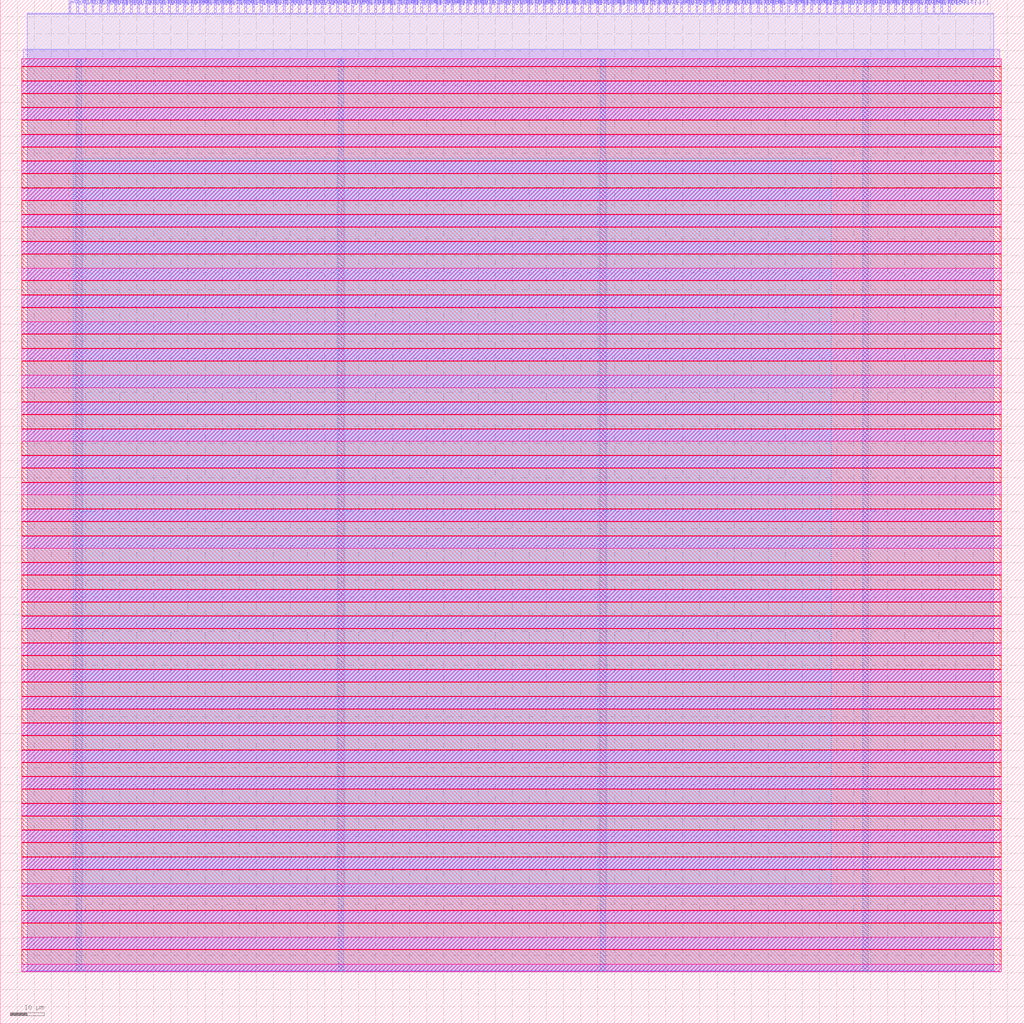
<source format=lef>
VERSION 5.7 ;
  NOWIREEXTENSIONATPIN ON ;
  DIVIDERCHAR "/" ;
  BUSBITCHARS "[]" ;
MACRO urish_simon_says
  CLASS BLOCK ;
  FOREIGN urish_simon_says ;
  ORIGIN 0.000 0.000 ;
  SIZE 300.000 BY 300.000 ;
  PIN io_in[0]
    DIRECTION INPUT ;
    USE SIGNAL ;
    PORT
      LAYER Metal2 ;
        RECT 24.640 296.000 25.200 300.000 ;
    END
  END io_in[0]
  PIN io_in[10]
    DIRECTION INPUT ;
    USE SIGNAL ;
    ANTENNAGATEAREA 0.741000 ;
    ANTENNADIFFAREA 0.410400 ;
    PORT
      LAYER Metal2 ;
        RECT 91.840 296.000 92.400 300.000 ;
    END
  END io_in[10]
  PIN io_in[11]
    DIRECTION INPUT ;
    USE SIGNAL ;
    ANTENNAGATEAREA 0.741000 ;
    ANTENNADIFFAREA 0.410400 ;
    PORT
      LAYER Metal2 ;
        RECT 98.560 296.000 99.120 300.000 ;
    END
  END io_in[11]
  PIN io_in[12]
    DIRECTION INPUT ;
    USE SIGNAL ;
    PORT
      LAYER Metal2 ;
        RECT 105.280 296.000 105.840 300.000 ;
    END
  END io_in[12]
  PIN io_in[13]
    DIRECTION INPUT ;
    USE SIGNAL ;
    PORT
      LAYER Metal2 ;
        RECT 112.000 296.000 112.560 300.000 ;
    END
  END io_in[13]
  PIN io_in[14]
    DIRECTION INPUT ;
    USE SIGNAL ;
    PORT
      LAYER Metal2 ;
        RECT 118.720 296.000 119.280 300.000 ;
    END
  END io_in[14]
  PIN io_in[15]
    DIRECTION INPUT ;
    USE SIGNAL ;
    PORT
      LAYER Metal2 ;
        RECT 125.440 296.000 126.000 300.000 ;
    END
  END io_in[15]
  PIN io_in[16]
    DIRECTION INPUT ;
    USE SIGNAL ;
    PORT
      LAYER Metal2 ;
        RECT 132.160 296.000 132.720 300.000 ;
    END
  END io_in[16]
  PIN io_in[17]
    DIRECTION INPUT ;
    USE SIGNAL ;
    PORT
      LAYER Metal2 ;
        RECT 138.880 296.000 139.440 300.000 ;
    END
  END io_in[17]
  PIN io_in[18]
    DIRECTION INPUT ;
    USE SIGNAL ;
    PORT
      LAYER Metal2 ;
        RECT 145.600 296.000 146.160 300.000 ;
    END
  END io_in[18]
  PIN io_in[19]
    DIRECTION INPUT ;
    USE SIGNAL ;
    PORT
      LAYER Metal2 ;
        RECT 152.320 296.000 152.880 300.000 ;
    END
  END io_in[19]
  PIN io_in[1]
    DIRECTION INPUT ;
    USE SIGNAL ;
    PORT
      LAYER Metal2 ;
        RECT 31.360 296.000 31.920 300.000 ;
    END
  END io_in[1]
  PIN io_in[20]
    DIRECTION INPUT ;
    USE SIGNAL ;
    PORT
      LAYER Metal2 ;
        RECT 159.040 296.000 159.600 300.000 ;
    END
  END io_in[20]
  PIN io_in[21]
    DIRECTION INPUT ;
    USE SIGNAL ;
    PORT
      LAYER Metal2 ;
        RECT 165.760 296.000 166.320 300.000 ;
    END
  END io_in[21]
  PIN io_in[22]
    DIRECTION INPUT ;
    USE SIGNAL ;
    PORT
      LAYER Metal2 ;
        RECT 172.480 296.000 173.040 300.000 ;
    END
  END io_in[22]
  PIN io_in[23]
    DIRECTION INPUT ;
    USE SIGNAL ;
    PORT
      LAYER Metal2 ;
        RECT 179.200 296.000 179.760 300.000 ;
    END
  END io_in[23]
  PIN io_in[24]
    DIRECTION INPUT ;
    USE SIGNAL ;
    PORT
      LAYER Metal2 ;
        RECT 185.920 296.000 186.480 300.000 ;
    END
  END io_in[24]
  PIN io_in[25]
    DIRECTION INPUT ;
    USE SIGNAL ;
    PORT
      LAYER Metal2 ;
        RECT 192.640 296.000 193.200 300.000 ;
    END
  END io_in[25]
  PIN io_in[26]
    DIRECTION INPUT ;
    USE SIGNAL ;
    ANTENNAGATEAREA 0.741000 ;
    ANTENNADIFFAREA 0.410400 ;
    PORT
      LAYER Metal2 ;
        RECT 199.360 296.000 199.920 300.000 ;
    END
  END io_in[26]
  PIN io_in[27]
    DIRECTION INPUT ;
    USE SIGNAL ;
    PORT
      LAYER Metal2 ;
        RECT 206.080 296.000 206.640 300.000 ;
    END
  END io_in[27]
  PIN io_in[28]
    DIRECTION INPUT ;
    USE SIGNAL ;
    PORT
      LAYER Metal2 ;
        RECT 212.800 296.000 213.360 300.000 ;
    END
  END io_in[28]
  PIN io_in[29]
    DIRECTION INPUT ;
    USE SIGNAL ;
    PORT
      LAYER Metal2 ;
        RECT 219.520 296.000 220.080 300.000 ;
    END
  END io_in[29]
  PIN io_in[2]
    DIRECTION INPUT ;
    USE SIGNAL ;
    PORT
      LAYER Metal2 ;
        RECT 38.080 296.000 38.640 300.000 ;
    END
  END io_in[2]
  PIN io_in[30]
    DIRECTION INPUT ;
    USE SIGNAL ;
    PORT
      LAYER Metal2 ;
        RECT 226.240 296.000 226.800 300.000 ;
    END
  END io_in[30]
  PIN io_in[31]
    DIRECTION INPUT ;
    USE SIGNAL ;
    PORT
      LAYER Metal2 ;
        RECT 232.960 296.000 233.520 300.000 ;
    END
  END io_in[31]
  PIN io_in[32]
    DIRECTION INPUT ;
    USE SIGNAL ;
    PORT
      LAYER Metal2 ;
        RECT 239.680 296.000 240.240 300.000 ;
    END
  END io_in[32]
  PIN io_in[33]
    DIRECTION INPUT ;
    USE SIGNAL ;
    PORT
      LAYER Metal2 ;
        RECT 246.400 296.000 246.960 300.000 ;
    END
  END io_in[33]
  PIN io_in[34]
    DIRECTION INPUT ;
    USE SIGNAL ;
    PORT
      LAYER Metal2 ;
        RECT 253.120 296.000 253.680 300.000 ;
    END
  END io_in[34]
  PIN io_in[35]
    DIRECTION INPUT ;
    USE SIGNAL ;
    PORT
      LAYER Metal2 ;
        RECT 259.840 296.000 260.400 300.000 ;
    END
  END io_in[35]
  PIN io_in[36]
    DIRECTION INPUT ;
    USE SIGNAL ;
    PORT
      LAYER Metal2 ;
        RECT 266.560 296.000 267.120 300.000 ;
    END
  END io_in[36]
  PIN io_in[37]
    DIRECTION INPUT ;
    USE SIGNAL ;
    PORT
      LAYER Metal2 ;
        RECT 273.280 296.000 273.840 300.000 ;
    END
  END io_in[37]
  PIN io_in[3]
    DIRECTION INPUT ;
    USE SIGNAL ;
    PORT
      LAYER Metal2 ;
        RECT 44.800 296.000 45.360 300.000 ;
    END
  END io_in[3]
  PIN io_in[4]
    DIRECTION INPUT ;
    USE SIGNAL ;
    PORT
      LAYER Metal2 ;
        RECT 51.520 296.000 52.080 300.000 ;
    END
  END io_in[4]
  PIN io_in[5]
    DIRECTION INPUT ;
    USE SIGNAL ;
    PORT
      LAYER Metal2 ;
        RECT 58.240 296.000 58.800 300.000 ;
    END
  END io_in[5]
  PIN io_in[6]
    DIRECTION INPUT ;
    USE SIGNAL ;
    PORT
      LAYER Metal2 ;
        RECT 64.960 296.000 65.520 300.000 ;
    END
  END io_in[6]
  PIN io_in[7]
    DIRECTION INPUT ;
    USE SIGNAL ;
    PORT
      LAYER Metal2 ;
        RECT 71.680 296.000 72.240 300.000 ;
    END
  END io_in[7]
  PIN io_in[8]
    DIRECTION INPUT ;
    USE SIGNAL ;
    ANTENNAGATEAREA 0.498500 ;
    ANTENNADIFFAREA 0.410400 ;
    PORT
      LAYER Metal2 ;
        RECT 78.400 296.000 78.960 300.000 ;
    END
  END io_in[8]
  PIN io_in[9]
    DIRECTION INPUT ;
    USE SIGNAL ;
    ANTENNAGATEAREA 0.741000 ;
    ANTENNADIFFAREA 0.410400 ;
    PORT
      LAYER Metal2 ;
        RECT 85.120 296.000 85.680 300.000 ;
    END
  END io_in[9]
  PIN io_oeb[0]
    DIRECTION OUTPUT TRISTATE ;
    USE SIGNAL ;
    ANTENNADIFFAREA 0.536800 ;
    PORT
      LAYER Metal2 ;
        RECT 26.880 296.000 27.440 300.000 ;
    END
  END io_oeb[0]
  PIN io_oeb[10]
    DIRECTION OUTPUT TRISTATE ;
    USE SIGNAL ;
    ANTENNADIFFAREA 0.536800 ;
    PORT
      LAYER Metal2 ;
        RECT 94.080 296.000 94.640 300.000 ;
    END
  END io_oeb[10]
  PIN io_oeb[11]
    DIRECTION OUTPUT TRISTATE ;
    USE SIGNAL ;
    ANTENNADIFFAREA 0.536800 ;
    PORT
      LAYER Metal2 ;
        RECT 100.800 296.000 101.360 300.000 ;
    END
  END io_oeb[11]
  PIN io_oeb[12]
    DIRECTION OUTPUT TRISTATE ;
    USE SIGNAL ;
    ANTENNADIFFAREA 0.360800 ;
    PORT
      LAYER Metal2 ;
        RECT 107.520 296.000 108.080 300.000 ;
    END
  END io_oeb[12]
  PIN io_oeb[13]
    DIRECTION OUTPUT TRISTATE ;
    USE SIGNAL ;
    ANTENNADIFFAREA 0.360800 ;
    PORT
      LAYER Metal2 ;
        RECT 114.240 296.000 114.800 300.000 ;
    END
  END io_oeb[13]
  PIN io_oeb[14]
    DIRECTION OUTPUT TRISTATE ;
    USE SIGNAL ;
    ANTENNADIFFAREA 0.360800 ;
    PORT
      LAYER Metal2 ;
        RECT 120.960 296.000 121.520 300.000 ;
    END
  END io_oeb[14]
  PIN io_oeb[15]
    DIRECTION OUTPUT TRISTATE ;
    USE SIGNAL ;
    ANTENNADIFFAREA 0.360800 ;
    PORT
      LAYER Metal2 ;
        RECT 127.680 296.000 128.240 300.000 ;
    END
  END io_oeb[15]
  PIN io_oeb[16]
    DIRECTION OUTPUT TRISTATE ;
    USE SIGNAL ;
    ANTENNADIFFAREA 0.360800 ;
    PORT
      LAYER Metal2 ;
        RECT 134.400 296.000 134.960 300.000 ;
    END
  END io_oeb[16]
  PIN io_oeb[17]
    DIRECTION OUTPUT TRISTATE ;
    USE SIGNAL ;
    ANTENNADIFFAREA 0.360800 ;
    PORT
      LAYER Metal2 ;
        RECT 141.120 296.000 141.680 300.000 ;
    END
  END io_oeb[17]
  PIN io_oeb[18]
    DIRECTION OUTPUT TRISTATE ;
    USE SIGNAL ;
    ANTENNADIFFAREA 0.360800 ;
    PORT
      LAYER Metal2 ;
        RECT 147.840 296.000 148.400 300.000 ;
    END
  END io_oeb[18]
  PIN io_oeb[19]
    DIRECTION OUTPUT TRISTATE ;
    USE SIGNAL ;
    ANTENNADIFFAREA 0.360800 ;
    PORT
      LAYER Metal2 ;
        RECT 154.560 296.000 155.120 300.000 ;
    END
  END io_oeb[19]
  PIN io_oeb[1]
    DIRECTION OUTPUT TRISTATE ;
    USE SIGNAL ;
    ANTENNADIFFAREA 0.536800 ;
    PORT
      LAYER Metal2 ;
        RECT 33.600 296.000 34.160 300.000 ;
    END
  END io_oeb[1]
  PIN io_oeb[20]
    DIRECTION OUTPUT TRISTATE ;
    USE SIGNAL ;
    ANTENNADIFFAREA 0.360800 ;
    PORT
      LAYER Metal2 ;
        RECT 161.280 296.000 161.840 300.000 ;
    END
  END io_oeb[20]
  PIN io_oeb[21]
    DIRECTION OUTPUT TRISTATE ;
    USE SIGNAL ;
    ANTENNADIFFAREA 0.360800 ;
    PORT
      LAYER Metal2 ;
        RECT 168.000 296.000 168.560 300.000 ;
    END
  END io_oeb[21]
  PIN io_oeb[22]
    DIRECTION OUTPUT TRISTATE ;
    USE SIGNAL ;
    ANTENNADIFFAREA 0.360800 ;
    PORT
      LAYER Metal2 ;
        RECT 174.720 296.000 175.280 300.000 ;
    END
  END io_oeb[22]
  PIN io_oeb[23]
    DIRECTION OUTPUT TRISTATE ;
    USE SIGNAL ;
    ANTENNADIFFAREA 0.360800 ;
    PORT
      LAYER Metal2 ;
        RECT 181.440 296.000 182.000 300.000 ;
    END
  END io_oeb[23]
  PIN io_oeb[24]
    DIRECTION OUTPUT TRISTATE ;
    USE SIGNAL ;
    ANTENNADIFFAREA 0.360800 ;
    PORT
      LAYER Metal2 ;
        RECT 188.160 296.000 188.720 300.000 ;
    END
  END io_oeb[24]
  PIN io_oeb[25]
    DIRECTION OUTPUT TRISTATE ;
    USE SIGNAL ;
    ANTENNADIFFAREA 0.360800 ;
    PORT
      LAYER Metal2 ;
        RECT 194.880 296.000 195.440 300.000 ;
    END
  END io_oeb[25]
  PIN io_oeb[26]
    DIRECTION OUTPUT TRISTATE ;
    USE SIGNAL ;
    ANTENNADIFFAREA 0.536800 ;
    PORT
      LAYER Metal2 ;
        RECT 201.600 296.000 202.160 300.000 ;
    END
  END io_oeb[26]
  PIN io_oeb[27]
    DIRECTION OUTPUT TRISTATE ;
    USE SIGNAL ;
    ANTENNADIFFAREA 0.536800 ;
    PORT
      LAYER Metal2 ;
        RECT 208.320 296.000 208.880 300.000 ;
    END
  END io_oeb[27]
  PIN io_oeb[28]
    DIRECTION OUTPUT TRISTATE ;
    USE SIGNAL ;
    ANTENNADIFFAREA 0.536800 ;
    PORT
      LAYER Metal2 ;
        RECT 215.040 296.000 215.600 300.000 ;
    END
  END io_oeb[28]
  PIN io_oeb[29]
    DIRECTION OUTPUT TRISTATE ;
    USE SIGNAL ;
    ANTENNADIFFAREA 0.536800 ;
    PORT
      LAYER Metal2 ;
        RECT 221.760 296.000 222.320 300.000 ;
    END
  END io_oeb[29]
  PIN io_oeb[2]
    DIRECTION OUTPUT TRISTATE ;
    USE SIGNAL ;
    ANTENNADIFFAREA 0.536800 ;
    PORT
      LAYER Metal2 ;
        RECT 40.320 296.000 40.880 300.000 ;
    END
  END io_oeb[2]
  PIN io_oeb[30]
    DIRECTION OUTPUT TRISTATE ;
    USE SIGNAL ;
    ANTENNADIFFAREA 0.536800 ;
    PORT
      LAYER Metal2 ;
        RECT 228.480 296.000 229.040 300.000 ;
    END
  END io_oeb[30]
  PIN io_oeb[31]
    DIRECTION OUTPUT TRISTATE ;
    USE SIGNAL ;
    ANTENNADIFFAREA 0.536800 ;
    PORT
      LAYER Metal2 ;
        RECT 235.200 296.000 235.760 300.000 ;
    END
  END io_oeb[31]
  PIN io_oeb[32]
    DIRECTION OUTPUT TRISTATE ;
    USE SIGNAL ;
    ANTENNADIFFAREA 0.536800 ;
    PORT
      LAYER Metal2 ;
        RECT 241.920 296.000 242.480 300.000 ;
    END
  END io_oeb[32]
  PIN io_oeb[33]
    DIRECTION OUTPUT TRISTATE ;
    USE SIGNAL ;
    ANTENNADIFFAREA 0.536800 ;
    PORT
      LAYER Metal2 ;
        RECT 248.640 296.000 249.200 300.000 ;
    END
  END io_oeb[33]
  PIN io_oeb[34]
    DIRECTION OUTPUT TRISTATE ;
    USE SIGNAL ;
    ANTENNADIFFAREA 0.536800 ;
    PORT
      LAYER Metal2 ;
        RECT 255.360 296.000 255.920 300.000 ;
    END
  END io_oeb[34]
  PIN io_oeb[35]
    DIRECTION OUTPUT TRISTATE ;
    USE SIGNAL ;
    ANTENNADIFFAREA 0.536800 ;
    PORT
      LAYER Metal2 ;
        RECT 262.080 296.000 262.640 300.000 ;
    END
  END io_oeb[35]
  PIN io_oeb[36]
    DIRECTION OUTPUT TRISTATE ;
    USE SIGNAL ;
    ANTENNADIFFAREA 0.536800 ;
    PORT
      LAYER Metal2 ;
        RECT 268.800 296.000 269.360 300.000 ;
    END
  END io_oeb[36]
  PIN io_oeb[37]
    DIRECTION OUTPUT TRISTATE ;
    USE SIGNAL ;
    ANTENNADIFFAREA 0.536800 ;
    PORT
      LAYER Metal2 ;
        RECT 275.520 296.000 276.080 300.000 ;
    END
  END io_oeb[37]
  PIN io_oeb[3]
    DIRECTION OUTPUT TRISTATE ;
    USE SIGNAL ;
    ANTENNADIFFAREA 0.536800 ;
    PORT
      LAYER Metal2 ;
        RECT 47.040 296.000 47.600 300.000 ;
    END
  END io_oeb[3]
  PIN io_oeb[4]
    DIRECTION OUTPUT TRISTATE ;
    USE SIGNAL ;
    ANTENNADIFFAREA 0.536800 ;
    PORT
      LAYER Metal2 ;
        RECT 53.760 296.000 54.320 300.000 ;
    END
  END io_oeb[4]
  PIN io_oeb[5]
    DIRECTION OUTPUT TRISTATE ;
    USE SIGNAL ;
    ANTENNADIFFAREA 0.536800 ;
    PORT
      LAYER Metal2 ;
        RECT 60.480 296.000 61.040 300.000 ;
    END
  END io_oeb[5]
  PIN io_oeb[6]
    DIRECTION OUTPUT TRISTATE ;
    USE SIGNAL ;
    ANTENNADIFFAREA 0.536800 ;
    PORT
      LAYER Metal2 ;
        RECT 67.200 296.000 67.760 300.000 ;
    END
  END io_oeb[6]
  PIN io_oeb[7]
    DIRECTION OUTPUT TRISTATE ;
    USE SIGNAL ;
    ANTENNADIFFAREA 0.536800 ;
    PORT
      LAYER Metal2 ;
        RECT 73.920 296.000 74.480 300.000 ;
    END
  END io_oeb[7]
  PIN io_oeb[8]
    DIRECTION OUTPUT TRISTATE ;
    USE SIGNAL ;
    ANTENNADIFFAREA 0.536800 ;
    PORT
      LAYER Metal2 ;
        RECT 80.640 296.000 81.200 300.000 ;
    END
  END io_oeb[8]
  PIN io_oeb[9]
    DIRECTION OUTPUT TRISTATE ;
    USE SIGNAL ;
    ANTENNADIFFAREA 0.536800 ;
    PORT
      LAYER Metal2 ;
        RECT 87.360 296.000 87.920 300.000 ;
    END
  END io_oeb[9]
  PIN io_out[0]
    DIRECTION OUTPUT TRISTATE ;
    USE SIGNAL ;
    ANTENNADIFFAREA 0.360800 ;
    PORT
      LAYER Metal2 ;
        RECT 29.120 296.000 29.680 300.000 ;
    END
  END io_out[0]
  PIN io_out[10]
    DIRECTION OUTPUT TRISTATE ;
    USE SIGNAL ;
    ANTENNADIFFAREA 0.360800 ;
    PORT
      LAYER Metal2 ;
        RECT 96.320 296.000 96.880 300.000 ;
    END
  END io_out[10]
  PIN io_out[11]
    DIRECTION OUTPUT TRISTATE ;
    USE SIGNAL ;
    ANTENNADIFFAREA 0.360800 ;
    PORT
      LAYER Metal2 ;
        RECT 103.040 296.000 103.600 300.000 ;
    END
  END io_out[11]
  PIN io_out[12]
    DIRECTION OUTPUT TRISTATE ;
    USE SIGNAL ;
    ANTENNADIFFAREA 2.080400 ;
    PORT
      LAYER Metal2 ;
        RECT 109.760 296.000 110.320 300.000 ;
    END
  END io_out[12]
  PIN io_out[13]
    DIRECTION OUTPUT TRISTATE ;
    USE SIGNAL ;
    ANTENNADIFFAREA 2.080400 ;
    PORT
      LAYER Metal2 ;
        RECT 116.480 296.000 117.040 300.000 ;
    END
  END io_out[13]
  PIN io_out[14]
    DIRECTION OUTPUT TRISTATE ;
    USE SIGNAL ;
    ANTENNADIFFAREA 2.080400 ;
    PORT
      LAYER Metal2 ;
        RECT 123.200 296.000 123.760 300.000 ;
    END
  END io_out[14]
  PIN io_out[15]
    DIRECTION OUTPUT TRISTATE ;
    USE SIGNAL ;
    ANTENNADIFFAREA 2.080400 ;
    PORT
      LAYER Metal2 ;
        RECT 129.920 296.000 130.480 300.000 ;
    END
  END io_out[15]
  PIN io_out[16]
    DIRECTION OUTPUT TRISTATE ;
    USE SIGNAL ;
    ANTENNADIFFAREA 2.080400 ;
    PORT
      LAYER Metal2 ;
        RECT 136.640 296.000 137.200 300.000 ;
    END
  END io_out[16]
  PIN io_out[17]
    DIRECTION OUTPUT TRISTATE ;
    USE SIGNAL ;
    ANTENNADIFFAREA 1.986000 ;
    PORT
      LAYER Metal2 ;
        RECT 143.360 296.000 143.920 300.000 ;
    END
  END io_out[17]
  PIN io_out[18]
    DIRECTION OUTPUT TRISTATE ;
    USE SIGNAL ;
    ANTENNADIFFAREA 2.080400 ;
    PORT
      LAYER Metal2 ;
        RECT 150.080 296.000 150.640 300.000 ;
    END
  END io_out[18]
  PIN io_out[19]
    DIRECTION OUTPUT TRISTATE ;
    USE SIGNAL ;
    ANTENNADIFFAREA 2.080400 ;
    PORT
      LAYER Metal2 ;
        RECT 156.800 296.000 157.360 300.000 ;
    END
  END io_out[19]
  PIN io_out[1]
    DIRECTION OUTPUT TRISTATE ;
    USE SIGNAL ;
    ANTENNADIFFAREA 0.360800 ;
    PORT
      LAYER Metal2 ;
        RECT 35.840 296.000 36.400 300.000 ;
    END
  END io_out[1]
  PIN io_out[20]
    DIRECTION OUTPUT TRISTATE ;
    USE SIGNAL ;
    ANTENNADIFFAREA 2.080400 ;
    PORT
      LAYER Metal2 ;
        RECT 163.520 296.000 164.080 300.000 ;
    END
  END io_out[20]
  PIN io_out[21]
    DIRECTION OUTPUT TRISTATE ;
    USE SIGNAL ;
    ANTENNADIFFAREA 2.080400 ;
    PORT
      LAYER Metal2 ;
        RECT 170.240 296.000 170.800 300.000 ;
    END
  END io_out[21]
  PIN io_out[22]
    DIRECTION OUTPUT TRISTATE ;
    USE SIGNAL ;
    ANTENNADIFFAREA 2.080400 ;
    PORT
      LAYER Metal2 ;
        RECT 176.960 296.000 177.520 300.000 ;
    END
  END io_out[22]
  PIN io_out[23]
    DIRECTION OUTPUT TRISTATE ;
    USE SIGNAL ;
    ANTENNADIFFAREA 2.080400 ;
    PORT
      LAYER Metal2 ;
        RECT 183.680 296.000 184.240 300.000 ;
    END
  END io_out[23]
  PIN io_out[24]
    DIRECTION OUTPUT TRISTATE ;
    USE SIGNAL ;
    ANTENNADIFFAREA 2.080400 ;
    PORT
      LAYER Metal2 ;
        RECT 190.400 296.000 190.960 300.000 ;
    END
  END io_out[24]
  PIN io_out[25]
    DIRECTION OUTPUT TRISTATE ;
    USE SIGNAL ;
    ANTENNADIFFAREA 2.080400 ;
    PORT
      LAYER Metal2 ;
        RECT 197.120 296.000 197.680 300.000 ;
    END
  END io_out[25]
  PIN io_out[26]
    DIRECTION OUTPUT TRISTATE ;
    USE SIGNAL ;
    ANTENNADIFFAREA 0.360800 ;
    PORT
      LAYER Metal2 ;
        RECT 203.840 296.000 204.400 300.000 ;
    END
  END io_out[26]
  PIN io_out[27]
    DIRECTION OUTPUT TRISTATE ;
    USE SIGNAL ;
    ANTENNADIFFAREA 0.360800 ;
    PORT
      LAYER Metal2 ;
        RECT 210.560 296.000 211.120 300.000 ;
    END
  END io_out[27]
  PIN io_out[28]
    DIRECTION OUTPUT TRISTATE ;
    USE SIGNAL ;
    ANTENNADIFFAREA 0.360800 ;
    PORT
      LAYER Metal2 ;
        RECT 217.280 296.000 217.840 300.000 ;
    END
  END io_out[28]
  PIN io_out[29]
    DIRECTION OUTPUT TRISTATE ;
    USE SIGNAL ;
    ANTENNADIFFAREA 0.360800 ;
    PORT
      LAYER Metal2 ;
        RECT 224.000 296.000 224.560 300.000 ;
    END
  END io_out[29]
  PIN io_out[2]
    DIRECTION OUTPUT TRISTATE ;
    USE SIGNAL ;
    ANTENNADIFFAREA 0.360800 ;
    PORT
      LAYER Metal2 ;
        RECT 42.560 296.000 43.120 300.000 ;
    END
  END io_out[2]
  PIN io_out[30]
    DIRECTION OUTPUT TRISTATE ;
    USE SIGNAL ;
    ANTENNADIFFAREA 0.360800 ;
    PORT
      LAYER Metal2 ;
        RECT 230.720 296.000 231.280 300.000 ;
    END
  END io_out[30]
  PIN io_out[31]
    DIRECTION OUTPUT TRISTATE ;
    USE SIGNAL ;
    ANTENNADIFFAREA 0.360800 ;
    PORT
      LAYER Metal2 ;
        RECT 237.440 296.000 238.000 300.000 ;
    END
  END io_out[31]
  PIN io_out[32]
    DIRECTION OUTPUT TRISTATE ;
    USE SIGNAL ;
    ANTENNADIFFAREA 0.360800 ;
    PORT
      LAYER Metal2 ;
        RECT 244.160 296.000 244.720 300.000 ;
    END
  END io_out[32]
  PIN io_out[33]
    DIRECTION OUTPUT TRISTATE ;
    USE SIGNAL ;
    ANTENNADIFFAREA 0.360800 ;
    PORT
      LAYER Metal2 ;
        RECT 250.880 296.000 251.440 300.000 ;
    END
  END io_out[33]
  PIN io_out[34]
    DIRECTION OUTPUT TRISTATE ;
    USE SIGNAL ;
    ANTENNADIFFAREA 0.360800 ;
    PORT
      LAYER Metal2 ;
        RECT 257.600 296.000 258.160 300.000 ;
    END
  END io_out[34]
  PIN io_out[35]
    DIRECTION OUTPUT TRISTATE ;
    USE SIGNAL ;
    ANTENNADIFFAREA 0.360800 ;
    PORT
      LAYER Metal2 ;
        RECT 264.320 296.000 264.880 300.000 ;
    END
  END io_out[35]
  PIN io_out[36]
    DIRECTION OUTPUT TRISTATE ;
    USE SIGNAL ;
    ANTENNADIFFAREA 0.360800 ;
    PORT
      LAYER Metal2 ;
        RECT 271.040 296.000 271.600 300.000 ;
    END
  END io_out[36]
  PIN io_out[37]
    DIRECTION OUTPUT TRISTATE ;
    USE SIGNAL ;
    ANTENNADIFFAREA 0.360800 ;
    PORT
      LAYER Metal2 ;
        RECT 277.760 296.000 278.320 300.000 ;
    END
  END io_out[37]
  PIN io_out[3]
    DIRECTION OUTPUT TRISTATE ;
    USE SIGNAL ;
    ANTENNADIFFAREA 0.360800 ;
    PORT
      LAYER Metal2 ;
        RECT 49.280 296.000 49.840 300.000 ;
    END
  END io_out[3]
  PIN io_out[4]
    DIRECTION OUTPUT TRISTATE ;
    USE SIGNAL ;
    ANTENNADIFFAREA 0.360800 ;
    PORT
      LAYER Metal2 ;
        RECT 56.000 296.000 56.560 300.000 ;
    END
  END io_out[4]
  PIN io_out[5]
    DIRECTION OUTPUT TRISTATE ;
    USE SIGNAL ;
    ANTENNADIFFAREA 0.360800 ;
    PORT
      LAYER Metal2 ;
        RECT 62.720 296.000 63.280 300.000 ;
    END
  END io_out[5]
  PIN io_out[6]
    DIRECTION OUTPUT TRISTATE ;
    USE SIGNAL ;
    ANTENNADIFFAREA 0.360800 ;
    PORT
      LAYER Metal2 ;
        RECT 69.440 296.000 70.000 300.000 ;
    END
  END io_out[6]
  PIN io_out[7]
    DIRECTION OUTPUT TRISTATE ;
    USE SIGNAL ;
    ANTENNADIFFAREA 0.360800 ;
    PORT
      LAYER Metal2 ;
        RECT 76.160 296.000 76.720 300.000 ;
    END
  END io_out[7]
  PIN io_out[8]
    DIRECTION OUTPUT TRISTATE ;
    USE SIGNAL ;
    ANTENNADIFFAREA 0.360800 ;
    PORT
      LAYER Metal2 ;
        RECT 82.880 296.000 83.440 300.000 ;
    END
  END io_out[8]
  PIN io_out[9]
    DIRECTION OUTPUT TRISTATE ;
    USE SIGNAL ;
    ANTENNADIFFAREA 0.360800 ;
    PORT
      LAYER Metal2 ;
        RECT 89.600 296.000 90.160 300.000 ;
    END
  END io_out[9]
  PIN vdd
    DIRECTION INOUT ;
    USE POWER ;
    PORT
      LAYER Metal4 ;
        RECT 22.240 15.380 23.840 282.540 ;
    END
    PORT
      LAYER Metal4 ;
        RECT 175.840 15.380 177.440 282.540 ;
    END
  END vdd
  PIN vss
    DIRECTION INOUT ;
    USE GROUND ;
    PORT
      LAYER Metal4 ;
        RECT 99.040 15.380 100.640 282.540 ;
    END
    PORT
      LAYER Metal4 ;
        RECT 252.640 15.380 254.240 282.540 ;
    END
  END vss
  PIN wb_clk_i
    DIRECTION INPUT ;
    USE SIGNAL ;
    ANTENNAGATEAREA 4.738000 ;
    ANTENNADIFFAREA 0.410400 ;
    PORT
      LAYER Metal2 ;
        RECT 20.160 296.000 20.720 300.000 ;
    END
  END wb_clk_i
  PIN wb_rst_i
    DIRECTION INPUT ;
    USE SIGNAL ;
    ANTENNAGATEAREA 0.741000 ;
    ANTENNADIFFAREA 0.410400 ;
    PORT
      LAYER Metal2 ;
        RECT 22.400 296.000 22.960 300.000 ;
    END
  END wb_rst_i
  OBS
      LAYER Pwell ;
        RECT 6.290 280.480 293.310 282.670 ;
      LAYER Nwell ;
        RECT 6.290 280.355 132.200 280.480 ;
        RECT 6.290 276.285 293.310 280.355 ;
        RECT 6.290 276.160 12.705 276.285 ;
      LAYER Pwell ;
        RECT 6.290 272.640 293.310 276.160 ;
      LAYER Nwell ;
        RECT 6.290 272.515 15.550 272.640 ;
        RECT 6.290 268.445 293.310 272.515 ;
        RECT 6.290 268.320 12.705 268.445 ;
      LAYER Pwell ;
        RECT 6.290 264.800 293.310 268.320 ;
      LAYER Nwell ;
        RECT 6.290 264.675 101.185 264.800 ;
        RECT 6.290 260.605 293.310 264.675 ;
        RECT 6.290 260.480 12.705 260.605 ;
      LAYER Pwell ;
        RECT 6.290 256.960 293.310 260.480 ;
      LAYER Nwell ;
        RECT 6.290 256.835 31.185 256.960 ;
        RECT 6.290 252.765 293.310 256.835 ;
        RECT 6.290 252.640 44.625 252.765 ;
      LAYER Pwell ;
        RECT 6.290 249.120 293.310 252.640 ;
      LAYER Nwell ;
        RECT 6.290 248.995 12.705 249.120 ;
        RECT 6.290 244.925 293.310 248.995 ;
        RECT 6.290 244.800 76.870 244.925 ;
      LAYER Pwell ;
        RECT 6.290 241.280 293.310 244.800 ;
      LAYER Nwell ;
        RECT 6.290 241.155 33.080 241.280 ;
        RECT 6.290 237.085 293.310 241.155 ;
        RECT 6.290 236.960 17.960 237.085 ;
      LAYER Pwell ;
        RECT 6.290 233.440 293.310 236.960 ;
      LAYER Nwell ;
        RECT 6.290 233.315 94.555 233.440 ;
        RECT 6.290 229.245 293.310 233.315 ;
        RECT 6.290 229.120 17.960 229.245 ;
      LAYER Pwell ;
        RECT 6.290 225.600 293.310 229.120 ;
      LAYER Nwell ;
        RECT 6.290 225.475 33.425 225.600 ;
        RECT 6.290 221.405 293.310 225.475 ;
        RECT 6.290 221.280 44.625 221.405 ;
      LAYER Pwell ;
        RECT 6.290 217.760 293.310 221.280 ;
      LAYER Nwell ;
        RECT 6.290 217.635 17.960 217.760 ;
        RECT 6.290 213.565 293.310 217.635 ;
        RECT 6.290 213.440 44.625 213.565 ;
      LAYER Pwell ;
        RECT 6.290 209.920 293.310 213.440 ;
      LAYER Nwell ;
        RECT 6.290 209.795 12.705 209.920 ;
        RECT 6.290 205.725 293.310 209.795 ;
        RECT 6.290 205.600 45.185 205.725 ;
      LAYER Pwell ;
        RECT 6.290 202.080 293.310 205.600 ;
      LAYER Nwell ;
        RECT 6.290 201.955 37.000 202.080 ;
        RECT 6.290 197.885 293.310 201.955 ;
        RECT 6.290 197.760 12.705 197.885 ;
      LAYER Pwell ;
        RECT 6.290 194.240 293.310 197.760 ;
      LAYER Nwell ;
        RECT 6.290 194.115 100.950 194.240 ;
        RECT 6.290 190.045 293.310 194.115 ;
        RECT 6.290 189.920 12.705 190.045 ;
      LAYER Pwell ;
        RECT 6.290 186.400 293.310 189.920 ;
      LAYER Nwell ;
        RECT 6.290 186.275 51.905 186.400 ;
        RECT 6.290 182.205 293.310 186.275 ;
        RECT 6.290 182.080 129.960 182.205 ;
      LAYER Pwell ;
        RECT 6.290 178.560 293.310 182.080 ;
      LAYER Nwell ;
        RECT 6.290 178.435 63.665 178.560 ;
        RECT 6.290 174.365 293.310 178.435 ;
        RECT 6.290 174.240 82.705 174.365 ;
      LAYER Pwell ;
        RECT 6.290 170.720 293.310 174.240 ;
      LAYER Nwell ;
        RECT 6.290 170.595 105.880 170.720 ;
        RECT 6.290 166.525 293.310 170.595 ;
        RECT 6.290 166.400 71.505 166.525 ;
      LAYER Pwell ;
        RECT 6.290 162.880 293.310 166.400 ;
      LAYER Nwell ;
        RECT 6.290 162.755 65.345 162.880 ;
        RECT 6.290 158.685 293.310 162.755 ;
        RECT 6.290 158.560 87.375 158.685 ;
      LAYER Pwell ;
        RECT 6.290 155.040 293.310 158.560 ;
      LAYER Nwell ;
        RECT 6.290 154.915 51.905 155.040 ;
        RECT 6.290 150.845 293.310 154.915 ;
        RECT 6.290 150.720 71.505 150.845 ;
      LAYER Pwell ;
        RECT 6.290 147.200 293.310 150.720 ;
      LAYER Nwell ;
        RECT 6.290 147.075 30.065 147.200 ;
        RECT 6.290 143.005 293.310 147.075 ;
        RECT 6.290 142.880 49.665 143.005 ;
      LAYER Pwell ;
        RECT 6.290 139.360 293.310 142.880 ;
      LAYER Nwell ;
        RECT 6.290 139.235 21.105 139.360 ;
        RECT 6.290 135.165 293.310 139.235 ;
        RECT 6.290 135.040 81.585 135.165 ;
      LAYER Pwell ;
        RECT 6.290 131.520 293.310 135.040 ;
      LAYER Nwell ;
        RECT 6.290 131.395 24.465 131.520 ;
        RECT 6.290 127.325 293.310 131.395 ;
        RECT 6.290 127.200 35.105 127.325 ;
      LAYER Pwell ;
        RECT 6.290 123.680 293.310 127.200 ;
      LAYER Nwell ;
        RECT 6.290 123.555 116.010 123.680 ;
        RECT 6.290 119.485 293.310 123.555 ;
        RECT 6.290 119.360 14.945 119.485 ;
      LAYER Pwell ;
        RECT 6.290 115.840 293.310 119.360 ;
      LAYER Nwell ;
        RECT 6.290 115.715 13.265 115.840 ;
        RECT 6.290 111.645 293.310 115.715 ;
        RECT 6.290 111.520 159.985 111.645 ;
      LAYER Pwell ;
        RECT 6.290 108.000 293.310 111.520 ;
      LAYER Nwell ;
        RECT 6.290 107.875 15.505 108.000 ;
        RECT 6.290 103.805 293.310 107.875 ;
        RECT 6.290 103.680 12.705 103.805 ;
      LAYER Pwell ;
        RECT 6.290 100.160 293.310 103.680 ;
      LAYER Nwell ;
        RECT 6.290 100.035 145.985 100.160 ;
        RECT 6.290 95.965 293.310 100.035 ;
        RECT 6.290 95.840 159.985 95.965 ;
      LAYER Pwell ;
        RECT 6.290 92.320 293.310 95.840 ;
      LAYER Nwell ;
        RECT 6.290 92.195 17.185 92.320 ;
        RECT 6.290 88.125 293.310 92.195 ;
        RECT 6.290 88.000 12.705 88.125 ;
      LAYER Pwell ;
        RECT 6.290 84.480 293.310 88.000 ;
      LAYER Nwell ;
        RECT 6.290 84.355 91.105 84.480 ;
        RECT 6.290 80.285 293.310 84.355 ;
        RECT 6.290 80.160 46.305 80.285 ;
      LAYER Pwell ;
        RECT 6.290 76.640 293.310 80.160 ;
      LAYER Nwell ;
        RECT 6.290 76.515 17.745 76.640 ;
        RECT 6.290 72.445 293.310 76.515 ;
        RECT 6.290 72.320 12.705 72.445 ;
      LAYER Pwell ;
        RECT 6.290 68.800 293.310 72.320 ;
      LAYER Nwell ;
        RECT 6.290 68.675 74.520 68.800 ;
        RECT 6.290 64.605 293.310 68.675 ;
        RECT 6.290 64.480 12.705 64.605 ;
      LAYER Pwell ;
        RECT 6.290 60.960 293.310 64.480 ;
      LAYER Nwell ;
        RECT 6.290 60.835 15.505 60.960 ;
        RECT 6.290 56.765 293.310 60.835 ;
        RECT 6.290 56.640 82.145 56.765 ;
      LAYER Pwell ;
        RECT 6.290 53.120 293.310 56.640 ;
      LAYER Nwell ;
        RECT 6.290 52.995 66.465 53.120 ;
        RECT 6.290 48.925 293.310 52.995 ;
        RECT 6.290 48.800 45.745 48.925 ;
      LAYER Pwell ;
        RECT 6.290 45.280 293.310 48.800 ;
      LAYER Nwell ;
        RECT 6.290 45.155 32.305 45.280 ;
        RECT 6.290 41.085 293.310 45.155 ;
        RECT 6.290 40.960 82.145 41.085 ;
      LAYER Pwell ;
        RECT 6.290 37.440 293.310 40.960 ;
      LAYER Nwell ;
        RECT 6.290 37.315 101.185 37.440 ;
        RECT 6.290 33.245 293.310 37.315 ;
        RECT 6.290 33.120 50.785 33.245 ;
      LAYER Pwell ;
        RECT 6.290 29.600 293.310 33.120 ;
      LAYER Nwell ;
        RECT 6.290 29.475 64.785 29.600 ;
        RECT 6.290 25.405 293.310 29.475 ;
        RECT 6.290 25.280 82.145 25.405 ;
      LAYER Pwell ;
        RECT 6.290 21.760 293.310 25.280 ;
      LAYER Nwell ;
        RECT 6.290 21.635 106.225 21.760 ;
        RECT 6.290 17.440 293.310 21.635 ;
      LAYER Pwell ;
        RECT 6.290 15.250 293.310 17.440 ;
      LAYER Metal1 ;
        RECT 6.720 15.380 292.880 285.450 ;
      LAYER Metal2 ;
        RECT 7.980 295.700 19.860 296.000 ;
        RECT 21.020 295.700 22.100 296.000 ;
        RECT 23.260 295.700 24.340 296.000 ;
        RECT 25.500 295.700 26.580 296.000 ;
        RECT 27.740 295.700 28.820 296.000 ;
        RECT 29.980 295.700 31.060 296.000 ;
        RECT 32.220 295.700 33.300 296.000 ;
        RECT 34.460 295.700 35.540 296.000 ;
        RECT 36.700 295.700 37.780 296.000 ;
        RECT 38.940 295.700 40.020 296.000 ;
        RECT 41.180 295.700 42.260 296.000 ;
        RECT 43.420 295.700 44.500 296.000 ;
        RECT 45.660 295.700 46.740 296.000 ;
        RECT 47.900 295.700 48.980 296.000 ;
        RECT 50.140 295.700 51.220 296.000 ;
        RECT 52.380 295.700 53.460 296.000 ;
        RECT 54.620 295.700 55.700 296.000 ;
        RECT 56.860 295.700 57.940 296.000 ;
        RECT 59.100 295.700 60.180 296.000 ;
        RECT 61.340 295.700 62.420 296.000 ;
        RECT 63.580 295.700 64.660 296.000 ;
        RECT 65.820 295.700 66.900 296.000 ;
        RECT 68.060 295.700 69.140 296.000 ;
        RECT 70.300 295.700 71.380 296.000 ;
        RECT 72.540 295.700 73.620 296.000 ;
        RECT 74.780 295.700 75.860 296.000 ;
        RECT 77.020 295.700 78.100 296.000 ;
        RECT 79.260 295.700 80.340 296.000 ;
        RECT 81.500 295.700 82.580 296.000 ;
        RECT 83.740 295.700 84.820 296.000 ;
        RECT 85.980 295.700 87.060 296.000 ;
        RECT 88.220 295.700 89.300 296.000 ;
        RECT 90.460 295.700 91.540 296.000 ;
        RECT 92.700 295.700 93.780 296.000 ;
        RECT 94.940 295.700 96.020 296.000 ;
        RECT 97.180 295.700 98.260 296.000 ;
        RECT 99.420 295.700 100.500 296.000 ;
        RECT 101.660 295.700 102.740 296.000 ;
        RECT 103.900 295.700 104.980 296.000 ;
        RECT 106.140 295.700 107.220 296.000 ;
        RECT 108.380 295.700 109.460 296.000 ;
        RECT 110.620 295.700 111.700 296.000 ;
        RECT 112.860 295.700 113.940 296.000 ;
        RECT 115.100 295.700 116.180 296.000 ;
        RECT 117.340 295.700 118.420 296.000 ;
        RECT 119.580 295.700 120.660 296.000 ;
        RECT 121.820 295.700 122.900 296.000 ;
        RECT 124.060 295.700 125.140 296.000 ;
        RECT 126.300 295.700 127.380 296.000 ;
        RECT 128.540 295.700 129.620 296.000 ;
        RECT 130.780 295.700 131.860 296.000 ;
        RECT 133.020 295.700 134.100 296.000 ;
        RECT 135.260 295.700 136.340 296.000 ;
        RECT 137.500 295.700 138.580 296.000 ;
        RECT 139.740 295.700 140.820 296.000 ;
        RECT 141.980 295.700 143.060 296.000 ;
        RECT 144.220 295.700 145.300 296.000 ;
        RECT 146.460 295.700 147.540 296.000 ;
        RECT 148.700 295.700 149.780 296.000 ;
        RECT 150.940 295.700 152.020 296.000 ;
        RECT 153.180 295.700 154.260 296.000 ;
        RECT 155.420 295.700 156.500 296.000 ;
        RECT 157.660 295.700 158.740 296.000 ;
        RECT 159.900 295.700 160.980 296.000 ;
        RECT 162.140 295.700 163.220 296.000 ;
        RECT 164.380 295.700 165.460 296.000 ;
        RECT 166.620 295.700 167.700 296.000 ;
        RECT 168.860 295.700 169.940 296.000 ;
        RECT 171.100 295.700 172.180 296.000 ;
        RECT 173.340 295.700 174.420 296.000 ;
        RECT 175.580 295.700 176.660 296.000 ;
        RECT 177.820 295.700 178.900 296.000 ;
        RECT 180.060 295.700 181.140 296.000 ;
        RECT 182.300 295.700 183.380 296.000 ;
        RECT 184.540 295.700 185.620 296.000 ;
        RECT 186.780 295.700 187.860 296.000 ;
        RECT 189.020 295.700 190.100 296.000 ;
        RECT 191.260 295.700 192.340 296.000 ;
        RECT 193.500 295.700 194.580 296.000 ;
        RECT 195.740 295.700 196.820 296.000 ;
        RECT 197.980 295.700 199.060 296.000 ;
        RECT 200.220 295.700 201.300 296.000 ;
        RECT 202.460 295.700 203.540 296.000 ;
        RECT 204.700 295.700 205.780 296.000 ;
        RECT 206.940 295.700 208.020 296.000 ;
        RECT 209.180 295.700 210.260 296.000 ;
        RECT 211.420 295.700 212.500 296.000 ;
        RECT 213.660 295.700 214.740 296.000 ;
        RECT 215.900 295.700 216.980 296.000 ;
        RECT 218.140 295.700 219.220 296.000 ;
        RECT 220.380 295.700 221.460 296.000 ;
        RECT 222.620 295.700 223.700 296.000 ;
        RECT 224.860 295.700 225.940 296.000 ;
        RECT 227.100 295.700 228.180 296.000 ;
        RECT 229.340 295.700 230.420 296.000 ;
        RECT 231.580 295.700 232.660 296.000 ;
        RECT 233.820 295.700 234.900 296.000 ;
        RECT 236.060 295.700 237.140 296.000 ;
        RECT 238.300 295.700 239.380 296.000 ;
        RECT 240.540 295.700 241.620 296.000 ;
        RECT 242.780 295.700 243.860 296.000 ;
        RECT 245.020 295.700 246.100 296.000 ;
        RECT 247.260 295.700 248.340 296.000 ;
        RECT 249.500 295.700 250.580 296.000 ;
        RECT 251.740 295.700 252.820 296.000 ;
        RECT 253.980 295.700 255.060 296.000 ;
        RECT 256.220 295.700 257.300 296.000 ;
        RECT 258.460 295.700 259.540 296.000 ;
        RECT 260.700 295.700 261.780 296.000 ;
        RECT 262.940 295.700 264.020 296.000 ;
        RECT 265.180 295.700 266.260 296.000 ;
        RECT 267.420 295.700 268.500 296.000 ;
        RECT 269.660 295.700 270.740 296.000 ;
        RECT 271.900 295.700 272.980 296.000 ;
        RECT 274.140 295.700 275.220 296.000 ;
        RECT 276.380 295.700 277.460 296.000 ;
        RECT 278.620 295.700 291.060 296.000 ;
        RECT 7.980 15.490 291.060 295.700 ;
      LAYER Metal3 ;
        RECT 7.930 15.540 291.110 285.460 ;
      LAYER Metal4 ;
        RECT 21.420 38.170 21.940 253.590 ;
        RECT 24.140 38.170 98.740 253.590 ;
        RECT 100.940 38.170 175.540 253.590 ;
        RECT 177.740 38.170 243.460 253.590 ;
  END
END urish_simon_says
END LIBRARY


</source>
